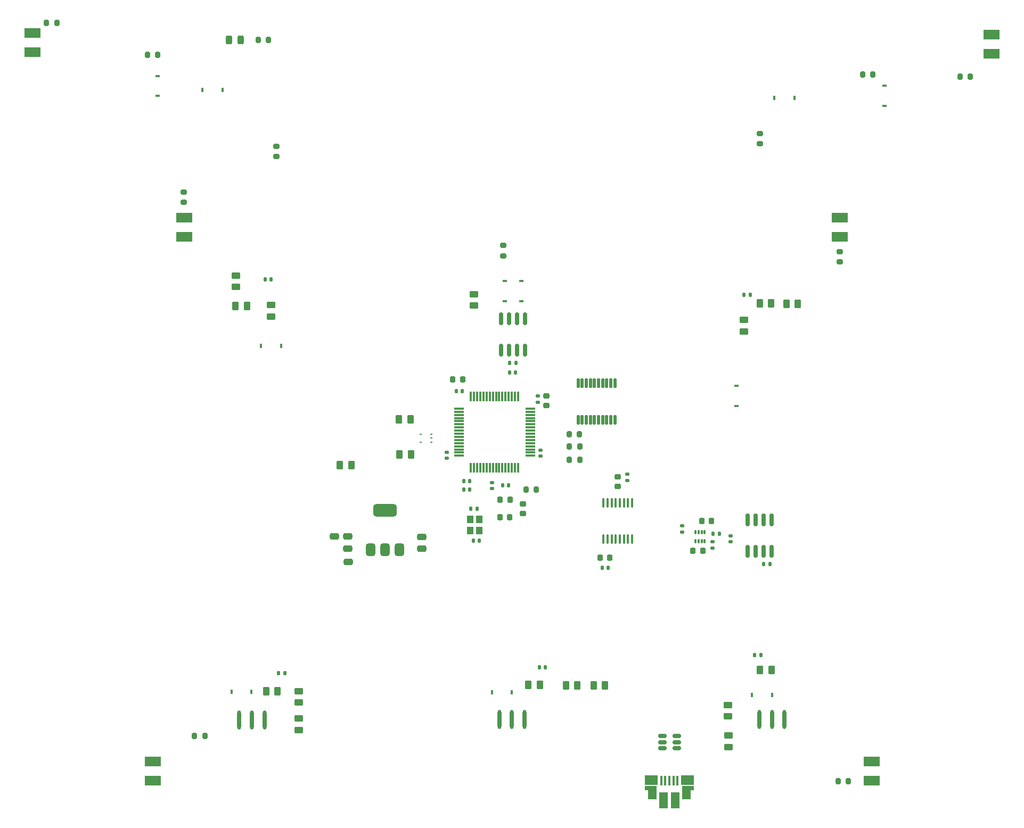
<source format=gtp>
G04 #@! TF.GenerationSoftware,KiCad,Pcbnew,8.0.2*
G04 #@! TF.CreationDate,2025-01-24T23:56:58-07:00*
G04 #@! TF.ProjectId,steering wheel v4,73746565-7269-46e6-9720-776865656c20,rev?*
G04 #@! TF.SameCoordinates,Original*
G04 #@! TF.FileFunction,Paste,Top*
G04 #@! TF.FilePolarity,Positive*
%FSLAX46Y46*%
G04 Gerber Fmt 4.6, Leading zero omitted, Abs format (unit mm)*
G04 Created by KiCad (PCBNEW 8.0.2) date 2025-01-24 23:56:58*
%MOMM*%
%LPD*%
G01*
G04 APERTURE LIST*
G04 Aperture macros list*
%AMRoundRect*
0 Rectangle with rounded corners*
0 $1 Rounding radius*
0 $2 $3 $4 $5 $6 $7 $8 $9 X,Y pos of 4 corners*
0 Add a 4 corners polygon primitive as box body*
4,1,4,$2,$3,$4,$5,$6,$7,$8,$9,$2,$3,0*
0 Add four circle primitives for the rounded corners*
1,1,$1+$1,$2,$3*
1,1,$1+$1,$4,$5*
1,1,$1+$1,$6,$7*
1,1,$1+$1,$8,$9*
0 Add four rect primitives between the rounded corners*
20,1,$1+$1,$2,$3,$4,$5,0*
20,1,$1+$1,$4,$5,$6,$7,0*
20,1,$1+$1,$6,$7,$8,$9,0*
20,1,$1+$1,$8,$9,$2,$3,0*%
G04 Aperture macros list end*
%ADD10RoundRect,0.140000X-0.140000X-0.170000X0.140000X-0.170000X0.140000X0.170000X-0.140000X0.170000X0*%
%ADD11RoundRect,0.225000X-0.225000X-0.250000X0.225000X-0.250000X0.225000X0.250000X-0.225000X0.250000X0*%
%ADD12RoundRect,0.250000X0.475000X-0.250000X0.475000X0.250000X-0.475000X0.250000X-0.475000X-0.250000X0*%
%ADD13RoundRect,0.200000X-0.200000X-0.275000X0.200000X-0.275000X0.200000X0.275000X-0.200000X0.275000X0*%
%ADD14R,1.000000X1.150000*%
%ADD15RoundRect,0.250000X-0.262500X-0.450000X0.262500X-0.450000X0.262500X0.450000X-0.262500X0.450000X0*%
%ADD16R,0.800000X0.400000*%
%ADD17RoundRect,0.250000X-0.450000X0.262500X-0.450000X-0.262500X0.450000X-0.262500X0.450000X0.262500X0*%
%ADD18RoundRect,0.140000X0.170000X-0.140000X0.170000X0.140000X-0.170000X0.140000X-0.170000X-0.140000X0*%
%ADD19RoundRect,0.200000X0.200000X0.275000X-0.200000X0.275000X-0.200000X-0.275000X0.200000X-0.275000X0*%
%ADD20R,2.600000X1.500000*%
%ADD21RoundRect,0.250000X0.450000X-0.262500X0.450000X0.262500X-0.450000X0.262500X-0.450000X-0.262500X0*%
%ADD22RoundRect,0.250000X0.262500X0.450000X-0.262500X0.450000X-0.262500X-0.450000X0.262500X-0.450000X0*%
%ADD23RoundRect,0.218750X-0.256250X0.218750X-0.256250X-0.218750X0.256250X-0.218750X0.256250X0.218750X0*%
%ADD24RoundRect,0.135000X-0.185000X0.135000X-0.185000X-0.135000X0.185000X-0.135000X0.185000X0.135000X0*%
%ADD25R,0.400000X1.650000*%
%ADD26R,1.825000X0.700000*%
%ADD27R,2.000000X1.500000*%
%ADD28R,1.350000X2.000000*%
%ADD29R,1.430000X2.500000*%
%ADD30RoundRect,0.100000X0.100000X-0.637500X0.100000X0.637500X-0.100000X0.637500X-0.100000X-0.637500X0*%
%ADD31RoundRect,0.200000X0.275000X-0.200000X0.275000X0.200000X-0.275000X0.200000X-0.275000X-0.200000X0*%
%ADD32RoundRect,0.225000X0.250000X-0.225000X0.250000X0.225000X-0.250000X0.225000X-0.250000X-0.225000X0*%
%ADD33R,0.400000X0.800000*%
%ADD34RoundRect,0.200000X-0.275000X0.200000X-0.275000X-0.200000X0.275000X-0.200000X0.275000X0.200000X0*%
%ADD35RoundRect,0.140000X-0.170000X0.140000X-0.170000X-0.140000X0.170000X-0.140000X0.170000X0.140000X0*%
%ADD36RoundRect,0.375000X0.375000X-0.625000X0.375000X0.625000X-0.375000X0.625000X-0.375000X-0.625000X0*%
%ADD37RoundRect,0.500000X1.400000X-0.500000X1.400000X0.500000X-1.400000X0.500000X-1.400000X-0.500000X0*%
%ADD38RoundRect,0.135000X-0.135000X-0.185000X0.135000X-0.185000X0.135000X0.185000X-0.135000X0.185000X0*%
%ADD39RoundRect,0.150000X0.512500X0.150000X-0.512500X0.150000X-0.512500X-0.150000X0.512500X-0.150000X0*%
%ADD40RoundRect,0.150000X0.150000X-0.825000X0.150000X0.825000X-0.150000X0.825000X-0.150000X-0.825000X0*%
%ADD41RoundRect,0.300000X0.000010X1.200000X-0.000010X1.200000X-0.000010X-1.200000X0.000010X-1.200000X0*%
%ADD42RoundRect,0.075000X0.075000X-0.260000X0.075000X0.260000X-0.075000X0.260000X-0.075000X-0.260000X0*%
%ADD43RoundRect,0.075000X0.075000X-0.700000X0.075000X0.700000X-0.075000X0.700000X-0.075000X-0.700000X0*%
%ADD44RoundRect,0.075000X0.700000X-0.075000X0.700000X0.075000X-0.700000X0.075000X-0.700000X-0.075000X0*%
%ADD45RoundRect,0.050000X0.175000X-0.700000X0.175000X0.700000X-0.175000X0.700000X-0.175000X-0.700000X0*%
%ADD46RoundRect,0.090000X0.135000X-0.660000X0.135000X0.660000X-0.135000X0.660000X-0.135000X-0.660000X0*%
%ADD47RoundRect,0.225000X0.225000X0.250000X-0.225000X0.250000X-0.225000X-0.250000X0.225000X-0.250000X0*%
%ADD48RoundRect,0.140000X0.140000X0.170000X-0.140000X0.170000X-0.140000X-0.170000X0.140000X-0.170000X0*%
%ADD49R,0.425000X0.200000*%
%ADD50RoundRect,0.135000X0.185000X-0.135000X0.185000X0.135000X-0.185000X0.135000X-0.185000X-0.135000X0*%
%ADD51RoundRect,0.250000X-0.475000X0.250000X-0.475000X-0.250000X0.475000X-0.250000X0.475000X0.250000X0*%
%ADD52RoundRect,0.243750X-0.243750X-0.456250X0.243750X-0.456250X0.243750X0.456250X-0.243750X0.456250X0*%
G04 APERTURE END LIST*
D10*
X166286122Y-113562913D03*
X167246122Y-113562913D03*
D11*
X150071122Y-102762913D03*
X151621122Y-102762913D03*
D12*
X125871122Y-110512913D03*
X125871122Y-108612913D03*
D11*
X150021122Y-105562913D03*
X151571122Y-105562913D03*
D12*
X123746122Y-108562913D03*
D13*
X154196122Y-101087913D03*
X155846122Y-101087913D03*
D14*
X145346122Y-105887913D03*
X145346122Y-107637913D03*
X146746122Y-107637913D03*
X146746122Y-105887913D03*
D15*
X195583622Y-71537913D03*
X197408622Y-71537913D03*
D13*
X223171122Y-35412913D03*
X224821122Y-35412913D03*
D10*
X191991122Y-112987913D03*
X192951122Y-112987913D03*
D16*
X95646122Y-35312913D03*
X95646122Y-38512913D03*
D17*
X186246122Y-135387913D03*
X186246122Y-137212913D03*
D18*
X148796122Y-100992913D03*
X148796122Y-100032913D03*
D19*
X103125000Y-140300000D03*
X101475000Y-140300000D03*
D20*
X94850000Y-147400000D03*
X94850000Y-144400000D03*
D10*
X143116122Y-85487913D03*
X144076122Y-85487913D03*
D17*
X186346122Y-140250413D03*
X186346122Y-142075413D03*
D21*
X108071122Y-68887913D03*
X108071122Y-67062913D03*
D13*
X203780000Y-147520000D03*
X205430000Y-147520000D03*
D22*
X135808622Y-89987913D03*
X133983622Y-89987913D03*
D23*
X153696122Y-103387913D03*
X153696122Y-104962913D03*
D24*
X178996122Y-106867913D03*
X178996122Y-107887913D03*
D25*
X175675000Y-147435000D03*
X176325000Y-147435000D03*
X176975000Y-147435000D03*
X177625000Y-147435000D03*
X178275000Y-147435000D03*
D26*
X174025000Y-148635000D03*
D27*
X174125000Y-147335000D03*
D28*
X174245000Y-149385000D03*
D29*
X176015000Y-150585000D03*
X177935000Y-150585000D03*
D28*
X179725000Y-149385000D03*
D27*
X179875000Y-147315000D03*
D26*
X179975000Y-148635000D03*
D13*
X207671122Y-35087913D03*
X209321122Y-35087913D03*
D20*
X204075000Y-57900000D03*
X204075000Y-60900000D03*
D30*
X166496122Y-108987913D03*
X167146122Y-108987913D03*
X167796122Y-108987913D03*
X168446122Y-108987913D03*
X169096122Y-108987913D03*
X169746122Y-108987913D03*
X170396122Y-108987913D03*
X171046122Y-108987913D03*
X171046122Y-103262913D03*
X170396122Y-103262913D03*
X169746122Y-103262913D03*
X169096122Y-103262913D03*
X168446122Y-103262913D03*
X167796122Y-103262913D03*
X167146122Y-103262913D03*
X166496122Y-103262913D03*
D11*
X182151122Y-106137913D03*
X183701122Y-106137913D03*
D31*
X204096122Y-64912913D03*
X204096122Y-63262913D03*
D16*
X150825000Y-71150000D03*
X150825000Y-67950000D03*
X187675000Y-87837500D03*
X187675000Y-84637500D03*
D21*
X145896122Y-71837913D03*
X145896122Y-70012913D03*
D32*
X157421122Y-87762913D03*
X157421122Y-86212913D03*
D33*
X196871122Y-38787913D03*
X193671122Y-38787913D03*
D34*
X99796122Y-53787913D03*
X99796122Y-55437913D03*
D35*
X141571122Y-95162913D03*
X141571122Y-96122913D03*
D22*
X135883622Y-95512913D03*
X134058622Y-95512913D03*
D33*
X112075000Y-78250000D03*
X115275000Y-78250000D03*
D20*
X99870000Y-60885000D03*
X99870000Y-57885000D03*
D36*
X129471122Y-110687913D03*
X131771122Y-110687913D03*
D37*
X131771122Y-104387913D03*
D36*
X134071122Y-110687913D03*
D22*
X156358622Y-132237913D03*
X154533622Y-132237913D03*
D31*
X150550000Y-63950000D03*
X150550000Y-62300000D03*
D38*
X183886122Y-108177913D03*
X184906122Y-108177913D03*
D10*
X145411122Y-104187913D03*
X146371122Y-104187913D03*
D39*
X178137500Y-142256043D03*
X178137500Y-141306043D03*
X178137500Y-140356043D03*
X175862500Y-140356043D03*
X175862500Y-141306043D03*
X175862500Y-142256043D03*
D10*
X144261122Y-101162913D03*
X145221122Y-101162913D03*
D18*
X170271122Y-99662913D03*
X170271122Y-98702913D03*
D13*
X111608622Y-29612913D03*
X113258622Y-29612913D03*
D40*
X150186122Y-78912913D03*
X151456122Y-78912913D03*
X152726122Y-78912913D03*
X153996122Y-78912913D03*
X153996122Y-73962913D03*
X152726122Y-73962913D03*
X151456122Y-73962913D03*
X150186122Y-73962913D03*
D20*
X228200000Y-28750000D03*
X228200000Y-31750000D03*
D19*
X95646122Y-31987913D03*
X93996122Y-31987913D03*
D16*
X211171122Y-36887913D03*
X211171122Y-40087913D03*
D18*
X186696122Y-109457913D03*
X186696122Y-108497913D03*
D41*
X195296122Y-137737913D03*
X193296122Y-137737913D03*
X191296122Y-137737913D03*
D17*
X118071122Y-133187913D03*
X118071122Y-135012913D03*
D12*
X137621122Y-110537913D03*
X137621122Y-108637913D03*
D10*
X150446122Y-100412913D03*
X151406122Y-100412913D03*
D11*
X142546122Y-83612913D03*
X144096122Y-83612913D03*
D41*
X153946122Y-137712913D03*
X151946122Y-137712913D03*
X149946122Y-137712913D03*
D42*
X181096122Y-109377913D03*
X181596122Y-109377913D03*
X182096122Y-109377913D03*
X182596122Y-109377913D03*
X182596122Y-107897913D03*
X182096122Y-107897913D03*
X181596122Y-107897913D03*
X181096122Y-107897913D03*
D13*
X161071122Y-96387913D03*
X162721122Y-96387913D03*
D43*
X145421122Y-97662913D03*
X145921122Y-97662913D03*
X146421122Y-97662913D03*
X146921122Y-97662913D03*
X147421122Y-97662913D03*
X147921122Y-97662913D03*
X148421122Y-97662913D03*
X148921122Y-97662913D03*
X149421122Y-97662913D03*
X149921122Y-97662913D03*
X150421122Y-97662913D03*
X150921122Y-97662913D03*
X151421122Y-97662913D03*
X151921122Y-97662913D03*
X152421122Y-97662913D03*
X152921122Y-97662913D03*
D44*
X154846122Y-95737913D03*
X154846122Y-95237913D03*
X154846122Y-94737913D03*
X154846122Y-94237913D03*
X154846122Y-93737913D03*
X154846122Y-93237913D03*
X154846122Y-92737913D03*
X154846122Y-92237913D03*
X154846122Y-91737913D03*
X154846122Y-91237913D03*
X154846122Y-90737913D03*
X154846122Y-90237913D03*
X154846122Y-89737913D03*
X154846122Y-89237913D03*
X154846122Y-88737913D03*
X154846122Y-88237913D03*
D43*
X152921122Y-86312913D03*
X152421122Y-86312913D03*
X151921122Y-86312913D03*
X151421122Y-86312913D03*
X150921122Y-86312913D03*
X150421122Y-86312913D03*
X149921122Y-86312913D03*
X149421122Y-86312913D03*
X148921122Y-86312913D03*
X148421122Y-86312913D03*
X147921122Y-86312913D03*
X147421122Y-86312913D03*
X146921122Y-86312913D03*
X146421122Y-86312913D03*
X145921122Y-86312913D03*
X145421122Y-86312913D03*
D44*
X143496122Y-88237913D03*
X143496122Y-88737913D03*
X143496122Y-89237913D03*
X143496122Y-89737913D03*
X143496122Y-90237913D03*
X143496122Y-90737913D03*
X143496122Y-91237913D03*
X143496122Y-91737913D03*
X143496122Y-92237913D03*
X143496122Y-92737913D03*
X143496122Y-93237913D03*
X143496122Y-93737913D03*
X143496122Y-94237913D03*
X143496122Y-94737913D03*
X143496122Y-95237913D03*
X143496122Y-95737913D03*
D19*
X162746122Y-94287913D03*
X161096122Y-94287913D03*
D33*
X148746122Y-133362913D03*
X151946122Y-133362913D03*
D10*
X151611122Y-81012913D03*
X152571122Y-81012913D03*
D15*
X160507500Y-132260000D03*
X162332500Y-132260000D03*
D11*
X165971122Y-111962913D03*
X167521122Y-111962913D03*
D17*
X113646122Y-71762913D03*
X113646122Y-73587913D03*
D20*
X75725000Y-31500000D03*
X75725000Y-28500000D03*
D15*
X191333622Y-71512913D03*
X193158622Y-71512913D03*
D10*
X151586122Y-82537913D03*
X152546122Y-82537913D03*
D45*
X162471122Y-90012913D03*
X163121122Y-90012913D03*
X163771122Y-90012913D03*
X164421122Y-90012913D03*
X165071122Y-90012913D03*
D46*
X165721122Y-90012913D03*
D45*
X166371122Y-90012913D03*
D46*
X167021122Y-90012913D03*
X167671122Y-90012913D03*
D45*
X168321122Y-90012913D03*
X168321122Y-84212913D03*
X167671122Y-84212913D03*
D46*
X167021122Y-84212913D03*
X166371122Y-84212913D03*
D45*
X165721122Y-84212913D03*
D46*
X165071122Y-84212913D03*
X164421122Y-84212913D03*
D45*
X163771122Y-84212913D03*
D46*
X163121122Y-84212913D03*
X162471122Y-84212913D03*
D47*
X182271122Y-110877913D03*
X180721122Y-110877913D03*
D10*
X188841122Y-70112913D03*
X189801122Y-70112913D03*
D22*
X109821122Y-71887913D03*
X107996122Y-71887913D03*
X126421122Y-97262913D03*
X124596122Y-97262913D03*
D17*
X188821122Y-74112913D03*
X188821122Y-75937913D03*
D32*
X168771122Y-100612913D03*
X168771122Y-99062913D03*
D33*
X102746122Y-37537913D03*
X105946122Y-37537913D03*
D34*
X114521122Y-46487913D03*
X114521122Y-48137913D03*
D48*
X146735000Y-109284999D03*
X145775000Y-109284999D03*
D49*
X139121122Y-93587913D03*
X139121122Y-92937913D03*
X139121122Y-92287913D03*
X137446122Y-92287913D03*
X137446122Y-93587913D03*
D10*
X144271122Y-99787913D03*
X145231122Y-99787913D03*
D16*
X153475000Y-67975000D03*
X153475000Y-71175000D03*
D18*
X156496122Y-95792913D03*
X156496122Y-94832913D03*
D40*
X189436122Y-110912913D03*
X190706122Y-110912913D03*
X191976122Y-110912913D03*
X193246122Y-110912913D03*
X193246122Y-105962913D03*
X191976122Y-105962913D03*
X190706122Y-105962913D03*
X189436122Y-105962913D03*
D35*
X156046122Y-86262913D03*
X156046122Y-87222913D03*
D10*
X114866122Y-130312913D03*
X115826122Y-130312913D03*
D15*
X191383622Y-129812913D03*
X193208622Y-129812913D03*
D48*
X113651122Y-67662913D03*
X112691122Y-67662913D03*
D17*
X118046122Y-137562913D03*
X118046122Y-139387913D03*
D19*
X79571122Y-26837913D03*
X77921122Y-26837913D03*
D15*
X164920000Y-132310000D03*
X166745000Y-132310000D03*
D34*
X191396122Y-44462913D03*
X191396122Y-46112913D03*
D50*
X183826122Y-110447913D03*
X183826122Y-109427913D03*
D51*
X125921122Y-112637913D03*
D41*
X112596122Y-137787913D03*
X110596122Y-137787913D03*
X108596122Y-137787913D03*
D33*
X107346122Y-133337913D03*
X110546122Y-133337913D03*
D22*
X114696122Y-133237913D03*
X112871122Y-133237913D03*
D13*
X161046122Y-92287913D03*
X162696122Y-92287913D03*
D33*
X190096122Y-133837913D03*
X193296122Y-133837913D03*
D52*
X106950000Y-29587500D03*
X108825000Y-29587500D03*
D10*
X156311122Y-129437913D03*
X157271122Y-129437913D03*
D20*
X209175000Y-144425000D03*
X209175000Y-147425000D03*
D48*
X191521122Y-127462913D03*
X190561122Y-127462913D03*
M02*

</source>
